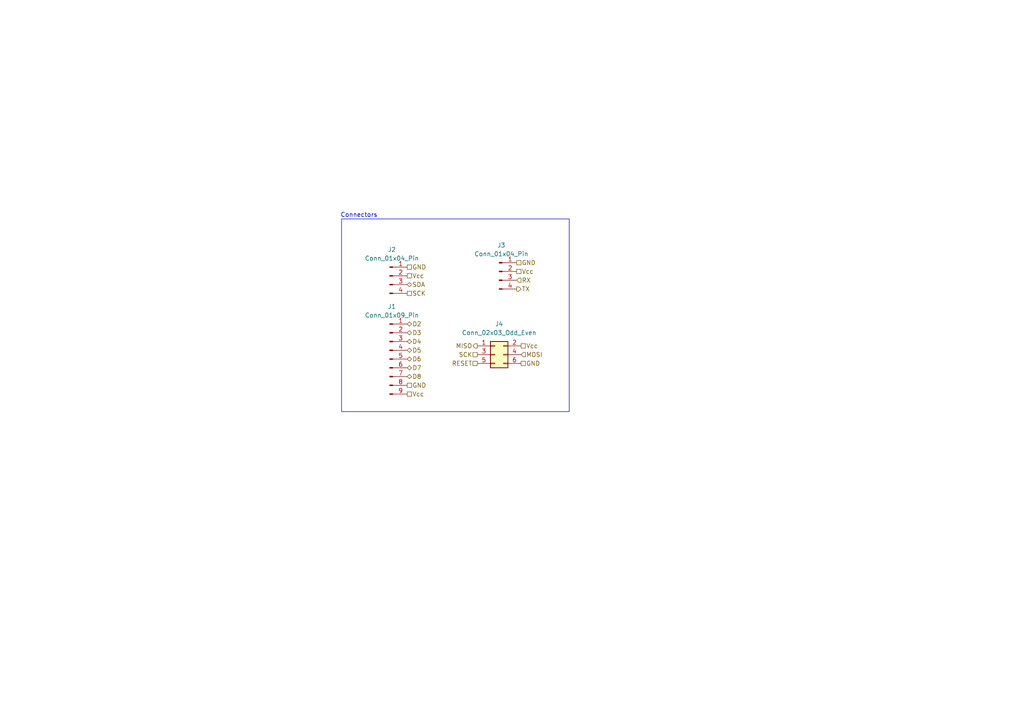
<source format=kicad_sch>
(kicad_sch (version 20250114) (generator "eeschema") (generator_version "9.0")
  (paper "A4")
  (lib_symbols
    (symbol "Connector:Conn_01x04_Pin" (pin_names (offset 1.016) (hide yes))
      (property "Reference" "J" (at 0 5.08 0))
      (property "Value" "Conn_01x04_Pin" (at 0 -7.62 0))
      (symbol "Conn_01x04_Pin_1_1"
        (rectangle (start 0.8636 2.667) (end 0 2.413) (stroke (width 0.1524)) (fill (type outline)))
        (rectangle (start 0.8636 0.127) (end 0 -0.127) (stroke (width 0.1524)) (fill (type outline)))
        (rectangle (start 0.8636 -2.413) (end 0 -2.667) (stroke (width 0.1524)) (fill (type outline)))
        (rectangle (start 0.8636 -4.953) (end 0 -5.207) (stroke (width 0.1524)) (fill (type outline)))
        (polyline (pts (xy 1.27 2.54) (xy 0.8636 2.54)) (stroke (width 0.1524)))
        (polyline (pts (xy 1.27 0) (xy 0.8636 0)) (stroke (width 0.1524)))
        (polyline (pts (xy 1.27 -2.54) (xy 0.8636 -2.54)) (stroke (width 0.1524)))
        (polyline (pts (xy 1.27 -5.08) (xy 0.8636 -5.08)) (stroke (width 0.1524)))
        (pin passive line (at 5.08 2.54 180) (length 3.81) (name "Pin_1") (number "1"))
        (pin passive line (at 5.08 0 180) (length 3.81) (name "Pin_2") (number "2"))
        (pin passive line (at 5.08 -2.54 180) (length 3.81) (name "Pin_3") (number "3"))
        (pin passive line (at 5.08 -5.08 180) (length 3.81) (name "Pin_4") (number "4"))
      )
    )
    (symbol "Connector:Conn_01x09_Pin" (pin_names (offset 1.016) (hide yes))
      (property "Reference" "J" (at 0 12.7 0))
      (property "Value" "Conn_01x09_Pin" (at 0 -12.7 0))
      (symbol "Conn_01x09_Pin_1_1"
        (rectangle (start 0.8636 10.287) (end 0 10.033) (stroke (width 0.1524)) (fill (type outline)))
        (rectangle (start 0.8636 7.747) (end 0 7.493) (stroke (width 0.1524)) (fill (type outline)))
        (rectangle (start 0.8636 5.207) (end 0 4.953) (stroke (width 0.1524)) (fill (type outline)))
        (rectangle (start 0.8636 2.667) (end 0 2.413) (stroke (width 0.1524)) (fill (type outline)))
        (rectangle (start 0.8636 0.127) (end 0 -0.127) (stroke (width 0.1524)) (fill (type outline)))
        (rectangle (start 0.8636 -2.413) (end 0 -2.667) (stroke (width 0.1524)) (fill (type outline)))
        (rectangle (start 0.8636 -4.953) (end 0 -5.207) (stroke (width 0.1524)) (fill (type outline)))
        (rectangle (start 0.8636 -7.493) (end 0 -7.747) (stroke (width 0.1524)) (fill (type outline)))
        (rectangle (start 0.8636 -10.033) (end 0 -10.287) (stroke (width 0.1524)) (fill (type outline)))
        (polyline (pts (xy 1.27 10.16) (xy 0.8636 10.16)) (stroke (width 0.1524)))
        (polyline (pts (xy 1.27 7.62) (xy 0.8636 7.62)) (stroke (width 0.1524)))
        (polyline (pts (xy 1.27 5.08) (xy 0.8636 5.08)) (stroke (width 0.1524)))
        (polyline (pts (xy 1.27 2.54) (xy 0.8636 2.54)) (stroke (width 0.1524)))
        (polyline (pts (xy 1.27 0) (xy 0.8636 0)) (stroke (width 0.1524)))
        (polyline (pts (xy 1.27 -2.54) (xy 0.8636 -2.54)) (stroke (width 0.1524)))
        (polyline (pts (xy 1.27 -5.08) (xy 0.8636 -5.08)) (stroke (width 0.1524)))
        (polyline (pts (xy 1.27 -7.62) (xy 0.8636 -7.62)) (stroke (width 0.1524)))
        (polyline (pts (xy 1.27 -10.16) (xy 0.8636 -10.16)) (stroke (width 0.1524)))
        (pin passive line (at 5.08 10.16 180) (length 3.81) (name "Pin_1") (number "1"))
        (pin passive line (at 5.08 7.62 180) (length 3.81) (name "Pin_2") (number "2"))
        (pin passive line (at 5.08 5.08 180) (length 3.81) (name "Pin_3") (number "3"))
        (pin passive line (at 5.08 2.54 180) (length 3.81) (name "Pin_4") (number "4"))
        (pin passive line (at 5.08 0 180) (length 3.81) (name "Pin_5") (number "5"))
        (pin passive line (at 5.08 -2.54 180) (length 3.81) (name "Pin_6") (number "6"))
        (pin passive line (at 5.08 -5.08 180) (length 3.81) (name "Pin_7") (number "7"))
        (pin passive line (at 5.08 -7.62 180) (length 3.81) (name "Pin_8") (number "8"))
        (pin passive line (at 5.08 -10.16 180) (length 3.81) (name "Pin_9") (number "9"))
      )
    )
    (symbol "Connector_Generic:Conn_02x03_Odd_Even" (pin_names (offset 1.016) (hide yes))
      (property "Reference" "J" (at 1.27 5.08 0))
      (property "Value" "Conn_02x03_Odd_Even" (at 1.27 -5.08 0))
      (symbol "Conn_02x03_Odd_Even_1_1"
        (rectangle (start -1.27 3.81) (end 3.81 -3.81) (stroke (width 0.254)) (fill (type background)))
        (rectangle (start -1.27 2.667) (end 0 2.413) (stroke (width 0.1524)))
        (rectangle (start -1.27 0.127) (end 0 -0.127) (stroke (width 0.1524)))
        (rectangle (start -1.27 -2.413) (end 0 -2.667) (stroke (width 0.1524)))
        (rectangle (start 3.81 2.667) (end 2.54 2.413) (stroke (width 0.1524)))
        (rectangle (start 3.81 0.127) (end 2.54 -0.127) (stroke (width 0.1524)))
        (rectangle (start 3.81 -2.413) (end 2.54 -2.667) (stroke (width 0.1524)))
        (pin passive line (at -5.08 2.54 0) (length 3.81) (name "Pin_1") (number "1"))
        (pin passive line (at -5.08 0 0) (length 3.81) (name "Pin_3") (number "3"))
        (pin passive line (at -5.08 -2.54 0) (length 3.81) (name "Pin_5") (number "5"))
        (pin passive line (at 7.62 2.54 180) (length 3.81) (name "Pin_2") (number "2"))
        (pin passive line (at 7.62 0 180) (length 3.81) (name "Pin_4") (number "4"))
        (pin passive line (at 7.62 -2.54 180) (length 3.81) (name "Pin_6") (number "6"))
      )
    )
  )
  (rectangle (start 99.06 63.5) (end 165.1 119.38))
  (text "Connectors" (at 104.14 62.484 0) (effects (font (size 1.27 1.27))))
  (hierarchical_label "RX" (shape input) (at 149.86 81.28 0))
  (hierarchical_label "MOSI" (shape input) (at 151.13 102.87 0))
  (hierarchical_label "GND" (shape passive) (at 118.11 111.76 0))
  (hierarchical_label "GND" (shape passive) (at 118.11 77.47 0))
  (hierarchical_label "GND" (shape passive) (at 149.86 76.2 0))
  (hierarchical_label "D6" (shape bidirectional) (at 118.11 104.14 0))
  (hierarchical_label "Vcc" (shape passive) (at 118.11 114.3 0))
  (hierarchical_label "MISO" (shape output) (at 138.43 100.33 180))
  (hierarchical_label "SCK" (shape passive) (at 138.43 102.87 180))
  (hierarchical_label "D8" (shape bidirectional) (at 118.11 109.22 0))
  (hierarchical_label "D7" (shape bidirectional) (at 118.11 106.68 0))
  (hierarchical_label "D3" (shape bidirectional) (at 118.11 96.52 0))
  (hierarchical_label "GND" (shape passive) (at 151.13 105.41 0))
  (hierarchical_label "D2" (shape bidirectional) (at 118.11 93.98 0))
  (hierarchical_label "SDA" (shape bidirectional) (at 118.11 82.55 0))
  (hierarchical_label "Vcc" (shape passive) (at 151.13 100.33 0))
  (hierarchical_label "Vcc" (shape passive) (at 149.86 78.74 0))
  (hierarchical_label "D5" (shape bidirectional) (at 118.11 101.6 0))
  (hierarchical_label "D4" (shape bidirectional) (at 118.11 99.06 0))
  (hierarchical_label "SCK" (shape passive) (at 118.11 85.09 0))
  (hierarchical_label "RESET" (shape passive) (at 138.43 105.41 180))
  (hierarchical_label "TX" (shape output) (at 149.86 83.82 0))
  (hierarchical_label "Vcc" (shape passive) (at 118.11 80.01 0))
  (symbol (lib_id "Connector:Conn_01x04_Pin") (at 113.03 80.01 0) (unit 1)
    (property "Reference" "J2" (at 113.665 72.39 0))
    (property "Value" "Conn_01x04_Pin" (at 113.665 74.93 0))
    (property "Footprint" "Connector_PinHeader_2.54mm:PinHeader_1x04_P2.54mm_Vertical" (effects (hide yes)))
    (property "Description" "Generic connector, single row, 01x04, script generated" (effects (hide yes)))
  )
  (symbol (lib_id "Connector:Conn_01x04_Pin") (at 144.78 78.74 0) (unit 1)
    (property "Reference" "J3" (at 145.415 71.12 0))
    (property "Value" "Conn_01x04_Pin" (at 145.415 73.66 0))
    (property "Footprint" "Connector_PinHeader_2.54mm:PinHeader_1x04_P2.54mm_Vertical" (effects (hide yes)))
    (property "Description" "Generic connector, single row, 01x04, script generated" (effects (hide yes)))
  )
  (symbol (lib_id "Connector_Generic:Conn_02x03_Odd_Even") (at 143.51 102.87 0) (unit 1)
    (property "Reference" "J4" (at 144.78 93.98 0))
    (property "Value" "Conn_02x03_Odd_Even" (at 144.78 96.52 0))
    (property "Footprint" "Connector_PinHeader_2.54mm:PinHeader_2x03_P2.54mm_Vertical" (effects (hide yes)))
    (property "Description" "Generic connector, double row, 02x03, odd/even pin numbering scheme (row 1 odd numbers, row 2 even numbers), script generated (kicad-library-utils/schlib/autogen/connector/)" (effects (hide yes)))
  )
  (symbol (lib_id "Connector:Conn_01x09_Pin") (at 113.03 104.14 0) (unit 1)
    (property "Reference" "J1" (at 113.665 88.9 0))
    (property "Value" "Conn_01x09_Pin" (at 113.665 91.44 0))
    (property "Footprint" "Connector_PinHeader_2.54mm:PinHeader_1x09_P2.54mm_Vertical" (effects (hide yes)))
    (property "Description" "Generic connector, single row, 01x09, script generated" (effects (hide yes)))
  )
)
</source>
